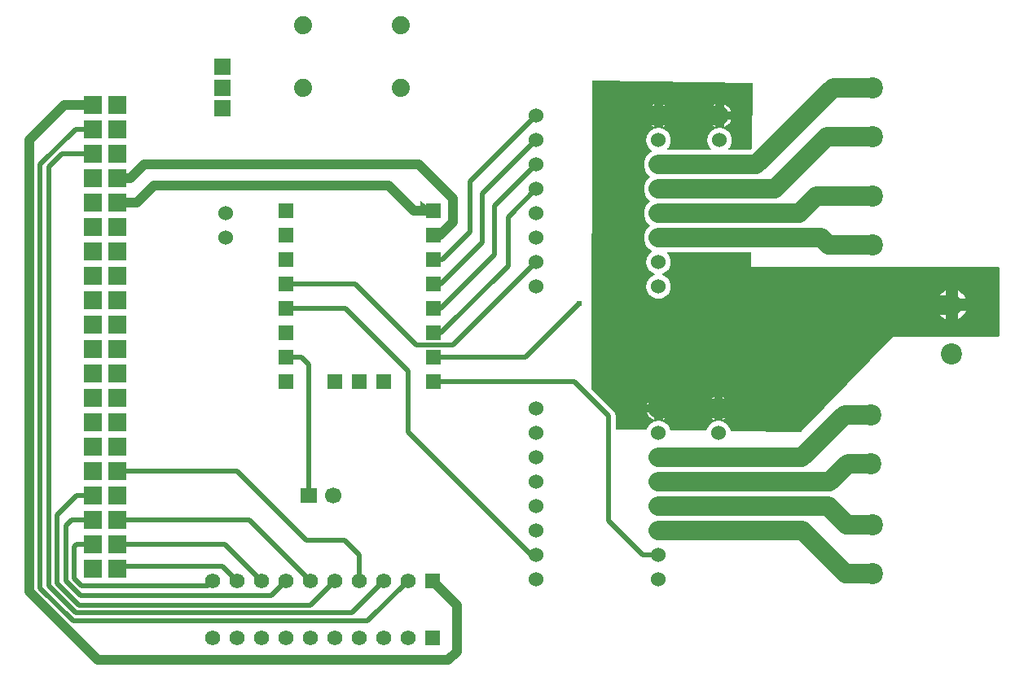
<source format=gtl>
G04 Layer: TopLayer*
G04 EasyEDA v6.5.39, 2024-01-03 13:03:29*
G04 bec576337b18403e98965192822aaada,83f36b9c27a349adb8e694642aa6770b,10*
G04 Gerber Generator version 0.2*
G04 Scale: 100 percent, Rotated: No, Reflected: No *
G04 Dimensions in millimeters *
G04 leading zeros omitted , absolute positions ,4 integer and 5 decimal *
%FSLAX45Y45*%
%MOMM*%

%ADD10C,0.5000*%
%ADD11C,1.0000*%
%ADD12C,2.0000*%
%ADD13C,1.8796*%
%ADD14C,2.2000*%
%ADD15C,1.5748*%
%ADD16R,1.5748X1.5748*%
%ADD17R,1.5000X1.5000*%
%ADD18R,1.7000X1.5748*%
%ADD19C,1.7000*%
%ADD20R,1.6764X1.6764*%
%ADD21C,1.5240*%
%ADD22R,1.8796X1.8796*%
%ADD23C,0.6200*%
%ADD24C,0.0183*%

%LPD*%
G36*
X9279280Y-5054549D02*
G01*
X8553094Y-5046116D01*
X8549690Y-5045456D01*
X8546693Y-5043728D01*
X8544458Y-5041036D01*
X8538565Y-5022392D01*
X8532266Y-5008422D01*
X8524341Y-4995316D01*
X8514943Y-4983276D01*
X8504123Y-4972456D01*
X8492083Y-4963058D01*
X8478977Y-4955133D01*
X8466582Y-4949545D01*
X8463432Y-4947361D01*
X8461349Y-4944110D01*
X8460994Y-4942433D01*
X8458758Y-4944059D01*
X8455101Y-4945024D01*
X8435390Y-4941570D01*
X8420100Y-4940604D01*
X8404809Y-4941570D01*
X8385098Y-4945024D01*
X8381441Y-4944059D01*
X8379206Y-4942433D01*
X8378850Y-4944110D01*
X8376767Y-4947361D01*
X8373618Y-4949545D01*
X8361222Y-4955133D01*
X8348116Y-4963058D01*
X8336076Y-4972456D01*
X8325256Y-4983276D01*
X8315858Y-4995316D01*
X8307933Y-5008422D01*
X8301634Y-5022392D01*
X8297468Y-5035905D01*
X8295335Y-5039614D01*
X8291830Y-5042154D01*
X8287613Y-5043017D01*
X7928711Y-5038852D01*
X7924596Y-5037937D01*
X7921244Y-5035397D01*
X7919161Y-5031689D01*
X7916265Y-5022392D01*
X7909966Y-5008422D01*
X7902041Y-4995316D01*
X7892643Y-4983276D01*
X7881823Y-4972456D01*
X7869783Y-4963058D01*
X7856677Y-4955133D01*
X7844281Y-4949545D01*
X7841132Y-4947361D01*
X7839049Y-4944110D01*
X7838694Y-4942433D01*
X7836458Y-4944059D01*
X7832801Y-4945024D01*
X7813090Y-4941570D01*
X7797800Y-4940604D01*
X7782509Y-4941570D01*
X7762798Y-4945024D01*
X7759141Y-4944059D01*
X7756906Y-4942433D01*
X7756550Y-4944110D01*
X7754467Y-4947361D01*
X7751318Y-4949545D01*
X7738922Y-4955133D01*
X7725816Y-4963058D01*
X7713776Y-4972456D01*
X7702956Y-4983276D01*
X7693558Y-4995316D01*
X7685633Y-5008422D01*
X7679334Y-5022392D01*
X7677403Y-5028692D01*
X7675270Y-5032400D01*
X7671816Y-5034940D01*
X7667599Y-5035804D01*
X7362647Y-5032248D01*
X7358786Y-5031435D01*
X7355535Y-5029250D01*
X7353350Y-5025948D01*
X7352588Y-5022088D01*
X7352538Y-4886858D01*
X7351725Y-4878070D01*
X7351318Y-4875631D01*
X7349185Y-4867046D01*
X7348423Y-4864760D01*
X7343952Y-4854397D01*
X7339380Y-4846828D01*
X7337958Y-4844846D01*
X7332319Y-4838039D01*
X7103770Y-4609388D01*
X7101535Y-4606086D01*
X7100773Y-4602175D01*
X7111949Y-1407261D01*
X7112762Y-1403350D01*
X7114997Y-1400048D01*
X7118350Y-1397863D01*
X7122261Y-1397152D01*
X8765641Y-1422247D01*
X8769502Y-1423060D01*
X8772753Y-1425295D01*
X8774887Y-1428597D01*
X8775649Y-1432458D01*
X8771229Y-2098903D01*
X8770416Y-2102764D01*
X8768232Y-2106015D01*
X8754414Y-2119833D01*
X8751163Y-2122017D01*
X8747252Y-2122830D01*
X8532622Y-2122830D01*
X8528761Y-2122017D01*
X8525459Y-2119833D01*
X8523274Y-2116531D01*
X8522462Y-2112670D01*
X8523274Y-2108758D01*
X8525459Y-2105456D01*
X8527643Y-2103323D01*
X8537041Y-2091283D01*
X8544966Y-2078177D01*
X8551265Y-2064207D01*
X8555786Y-2049627D01*
X8558530Y-2034590D01*
X8559495Y-2019300D01*
X8558530Y-2004009D01*
X8555786Y-1988972D01*
X8551265Y-1974392D01*
X8544966Y-1960422D01*
X8537041Y-1947316D01*
X8527643Y-1935276D01*
X8516823Y-1924456D01*
X8504783Y-1915058D01*
X8491677Y-1907133D01*
X8479282Y-1901545D01*
X8476132Y-1899361D01*
X8474049Y-1896110D01*
X8473694Y-1894433D01*
X8471458Y-1896059D01*
X8467801Y-1897024D01*
X8448090Y-1893570D01*
X8432800Y-1892604D01*
X8417509Y-1893570D01*
X8397798Y-1897024D01*
X8394141Y-1896059D01*
X8391906Y-1894433D01*
X8391550Y-1896110D01*
X8389467Y-1899361D01*
X8386318Y-1901545D01*
X8373922Y-1907133D01*
X8360816Y-1915058D01*
X8348776Y-1924456D01*
X8337956Y-1935276D01*
X8328558Y-1947316D01*
X8320633Y-1960422D01*
X8314334Y-1974392D01*
X8309813Y-1988972D01*
X8307070Y-2004009D01*
X8306104Y-2019300D01*
X8307070Y-2034590D01*
X8309813Y-2049627D01*
X8314334Y-2064207D01*
X8320633Y-2078177D01*
X8328558Y-2091283D01*
X8337956Y-2103323D01*
X8340140Y-2105456D01*
X8342325Y-2108758D01*
X8343138Y-2112670D01*
X8342325Y-2116531D01*
X8340140Y-2119833D01*
X8336838Y-2122017D01*
X8332978Y-2122830D01*
X7897622Y-2122830D01*
X7893761Y-2122017D01*
X7890459Y-2119833D01*
X7888274Y-2116531D01*
X7887462Y-2112670D01*
X7888274Y-2108758D01*
X7890459Y-2105456D01*
X7892643Y-2103323D01*
X7902041Y-2091283D01*
X7909966Y-2078177D01*
X7916265Y-2064207D01*
X7920786Y-2049627D01*
X7923530Y-2034590D01*
X7924495Y-2019300D01*
X7923530Y-2004009D01*
X7920786Y-1988972D01*
X7916265Y-1974392D01*
X7909966Y-1960422D01*
X7902041Y-1947316D01*
X7892643Y-1935276D01*
X7881823Y-1924456D01*
X7869783Y-1915058D01*
X7856677Y-1907133D01*
X7844281Y-1901545D01*
X7841132Y-1899361D01*
X7839049Y-1896110D01*
X7838694Y-1894433D01*
X7836458Y-1896059D01*
X7832801Y-1897024D01*
X7813090Y-1893570D01*
X7797800Y-1892604D01*
X7782509Y-1893570D01*
X7762798Y-1897024D01*
X7759141Y-1896059D01*
X7756906Y-1894433D01*
X7756550Y-1896110D01*
X7754467Y-1899361D01*
X7751318Y-1901545D01*
X7738922Y-1907133D01*
X7725816Y-1915058D01*
X7713776Y-1924456D01*
X7702956Y-1935276D01*
X7693558Y-1947316D01*
X7685633Y-1960422D01*
X7679334Y-1974392D01*
X7674813Y-1988972D01*
X7672070Y-2004009D01*
X7671104Y-2019300D01*
X7672070Y-2034590D01*
X7674813Y-2049627D01*
X7679334Y-2064207D01*
X7685633Y-2078177D01*
X7693558Y-2091283D01*
X7702956Y-2103323D01*
X7713776Y-2114143D01*
X7726222Y-2123795D01*
X7729321Y-2126691D01*
X7730947Y-2130552D01*
X7730896Y-2134768D01*
X7729067Y-2138629D01*
X7725918Y-2141372D01*
X7717739Y-2145893D01*
X7703972Y-2155647D01*
X7691374Y-2166874D01*
X7680147Y-2179472D01*
X7670393Y-2193239D01*
X7662214Y-2208022D01*
X7655763Y-2223617D01*
X7651089Y-2239822D01*
X7648244Y-2256434D01*
X7647330Y-2273300D01*
X7648244Y-2290165D01*
X7651089Y-2306777D01*
X7655763Y-2322982D01*
X7662214Y-2338578D01*
X7670393Y-2353360D01*
X7680147Y-2367127D01*
X7691374Y-2379726D01*
X7703972Y-2390952D01*
X7705496Y-2392019D01*
X7708138Y-2394813D01*
X7709560Y-2398369D01*
X7709560Y-2402230D01*
X7708138Y-2405786D01*
X7705496Y-2408580D01*
X7703972Y-2409647D01*
X7691374Y-2420874D01*
X7680147Y-2433472D01*
X7670393Y-2447239D01*
X7662214Y-2462022D01*
X7655763Y-2477617D01*
X7651089Y-2493822D01*
X7648244Y-2510434D01*
X7647330Y-2527300D01*
X7648244Y-2544165D01*
X7651089Y-2560777D01*
X7655763Y-2576982D01*
X7662214Y-2592578D01*
X7670393Y-2607360D01*
X7680147Y-2621127D01*
X7691374Y-2633726D01*
X7703972Y-2644952D01*
X7705496Y-2646019D01*
X7708138Y-2648813D01*
X7709560Y-2652369D01*
X7709560Y-2656230D01*
X7708138Y-2659786D01*
X7705496Y-2662580D01*
X7703972Y-2663647D01*
X7691374Y-2674874D01*
X7680147Y-2687472D01*
X7670393Y-2701239D01*
X7662214Y-2716022D01*
X7655763Y-2731617D01*
X7651089Y-2747822D01*
X7648244Y-2764434D01*
X7647330Y-2781300D01*
X7648244Y-2798165D01*
X7651089Y-2814777D01*
X7655763Y-2830982D01*
X7662214Y-2846578D01*
X7670393Y-2861360D01*
X7680147Y-2875127D01*
X7691374Y-2887726D01*
X7703972Y-2898952D01*
X7705496Y-2900019D01*
X7708138Y-2902813D01*
X7709560Y-2906369D01*
X7709560Y-2910230D01*
X7708138Y-2913786D01*
X7705496Y-2916580D01*
X7703972Y-2917647D01*
X7691374Y-2928874D01*
X7680147Y-2941472D01*
X7670393Y-2955239D01*
X7662214Y-2970022D01*
X7655763Y-2985617D01*
X7651089Y-3001822D01*
X7648244Y-3018434D01*
X7647330Y-3035300D01*
X7648244Y-3052165D01*
X7651089Y-3068777D01*
X7655763Y-3084982D01*
X7662214Y-3100578D01*
X7670393Y-3115360D01*
X7680147Y-3129127D01*
X7691374Y-3141726D01*
X7703972Y-3152952D01*
X7717739Y-3162706D01*
X7725918Y-3167227D01*
X7729067Y-3169970D01*
X7730896Y-3173831D01*
X7730947Y-3178048D01*
X7729321Y-3181908D01*
X7725816Y-3185058D01*
X7713776Y-3194456D01*
X7702956Y-3205276D01*
X7693558Y-3217316D01*
X7685633Y-3230422D01*
X7679334Y-3244392D01*
X7674813Y-3258972D01*
X7672070Y-3274009D01*
X7671104Y-3289300D01*
X7672070Y-3304590D01*
X7674813Y-3319627D01*
X7679334Y-3334207D01*
X7685633Y-3348177D01*
X7693558Y-3361283D01*
X7702956Y-3373323D01*
X7713776Y-3384143D01*
X7725816Y-3393541D01*
X7738922Y-3401466D01*
X7751318Y-3407054D01*
X7754467Y-3409238D01*
X7756550Y-3412490D01*
X7757312Y-3416300D01*
X7756550Y-3420110D01*
X7754467Y-3423361D01*
X7751318Y-3425545D01*
X7738922Y-3431133D01*
X7725816Y-3439058D01*
X7713776Y-3448456D01*
X7702956Y-3459276D01*
X7693558Y-3471316D01*
X7685633Y-3484422D01*
X7679334Y-3498392D01*
X7674813Y-3512972D01*
X7672070Y-3528009D01*
X7671104Y-3543300D01*
X7672070Y-3558590D01*
X7674813Y-3573627D01*
X7679334Y-3588207D01*
X7685633Y-3602177D01*
X7693558Y-3615283D01*
X7702956Y-3627323D01*
X7713776Y-3638143D01*
X7725816Y-3647541D01*
X7738922Y-3655466D01*
X7752892Y-3661765D01*
X7767472Y-3666286D01*
X7782509Y-3669029D01*
X7797800Y-3669995D01*
X7813090Y-3669029D01*
X7828127Y-3666286D01*
X7842707Y-3661765D01*
X7856677Y-3655466D01*
X7869783Y-3647541D01*
X7881823Y-3638143D01*
X7892643Y-3627323D01*
X7902041Y-3615283D01*
X7909966Y-3602177D01*
X7916265Y-3588207D01*
X7920786Y-3573627D01*
X7923530Y-3558590D01*
X7924495Y-3543300D01*
X7923530Y-3528009D01*
X7920786Y-3512972D01*
X7916265Y-3498392D01*
X7909966Y-3484422D01*
X7902041Y-3471316D01*
X7892643Y-3459276D01*
X7881823Y-3448456D01*
X7869783Y-3439058D01*
X7856677Y-3431133D01*
X7844281Y-3425545D01*
X7841132Y-3423361D01*
X7839049Y-3420110D01*
X7838287Y-3416300D01*
X7839049Y-3412490D01*
X7841132Y-3409238D01*
X7844281Y-3407054D01*
X7856677Y-3401466D01*
X7869783Y-3393541D01*
X7881823Y-3384143D01*
X7892643Y-3373323D01*
X7902041Y-3361283D01*
X7909966Y-3348177D01*
X7916265Y-3334207D01*
X7920786Y-3319627D01*
X7923530Y-3304590D01*
X7924495Y-3289300D01*
X7923530Y-3274009D01*
X7920786Y-3258972D01*
X7916265Y-3244392D01*
X7909966Y-3230422D01*
X7902041Y-3217316D01*
X7892643Y-3205276D01*
X7890459Y-3203143D01*
X7888274Y-3199841D01*
X7887462Y-3195980D01*
X7888274Y-3192068D01*
X7890459Y-3188766D01*
X7893761Y-3186582D01*
X7897622Y-3185820D01*
X8753805Y-3185820D01*
X8757716Y-3186582D01*
X8761018Y-3188817D01*
X8763203Y-3192119D01*
X8763965Y-3196031D01*
X8763000Y-3339084D01*
X8764016Y-3340100D01*
X11330940Y-3340100D01*
X11334851Y-3340862D01*
X11338102Y-3343097D01*
X11340338Y-3346348D01*
X11341100Y-3350260D01*
X11341100Y-4053840D01*
X11340338Y-4057751D01*
X11338102Y-4061002D01*
X11334851Y-4063237D01*
X11330940Y-4064000D01*
X10237266Y-4064000D01*
X10235488Y-4064711D01*
X9286748Y-5051450D01*
X9283344Y-5053736D01*
G37*

%LPC*%
G36*
X7842250Y-4932476D02*
G01*
X7844281Y-4931054D01*
X7856677Y-4925466D01*
X7869783Y-4917541D01*
X7881823Y-4908143D01*
X7892643Y-4897323D01*
X7902041Y-4885283D01*
X7909966Y-4872177D01*
X7916367Y-4857750D01*
X7842250Y-4857750D01*
G37*
G36*
X8375650Y-4932476D02*
G01*
X8375650Y-4857750D01*
X8301532Y-4857750D01*
X8307933Y-4872177D01*
X8315858Y-4885283D01*
X8325256Y-4897323D01*
X8336076Y-4908143D01*
X8348116Y-4917541D01*
X8361222Y-4925466D01*
X8373618Y-4931054D01*
G37*
G36*
X8464550Y-4932476D02*
G01*
X8466582Y-4931054D01*
X8478977Y-4925466D01*
X8492083Y-4917541D01*
X8504123Y-4908143D01*
X8514943Y-4897323D01*
X8524341Y-4885283D01*
X8532266Y-4872177D01*
X8538667Y-4857750D01*
X8464550Y-4857750D01*
G37*
G36*
X7753350Y-4932476D02*
G01*
X7753350Y-4857750D01*
X7679232Y-4857750D01*
X7685633Y-4872177D01*
X7693558Y-4885283D01*
X7702956Y-4897323D01*
X7713776Y-4908143D01*
X7725816Y-4917541D01*
X7738922Y-4925466D01*
X7751318Y-4931054D01*
G37*
G36*
X7842250Y-4768850D02*
G01*
X7916367Y-4768850D01*
X7909966Y-4754422D01*
X7902041Y-4741316D01*
X7892643Y-4729276D01*
X7881823Y-4718456D01*
X7869783Y-4709058D01*
X7856677Y-4701133D01*
X7842250Y-4694732D01*
G37*
G36*
X8301532Y-4768850D02*
G01*
X8375650Y-4768850D01*
X8375650Y-4694732D01*
X8361222Y-4701133D01*
X8348116Y-4709058D01*
X8336076Y-4718456D01*
X8325256Y-4729276D01*
X8315858Y-4741316D01*
X8307933Y-4754422D01*
G37*
G36*
X7679232Y-4768850D02*
G01*
X7753350Y-4768850D01*
X7753350Y-4694732D01*
X7738922Y-4701133D01*
X7725816Y-4709058D01*
X7713776Y-4718456D01*
X7702956Y-4729276D01*
X7693558Y-4741316D01*
X7685633Y-4754422D01*
G37*
G36*
X8464550Y-4768850D02*
G01*
X8538667Y-4768850D01*
X8532266Y-4754422D01*
X8524341Y-4741316D01*
X8514943Y-4729276D01*
X8504123Y-4718456D01*
X8492083Y-4709058D01*
X8478977Y-4701133D01*
X8464550Y-4694732D01*
G37*
G36*
X10907166Y-3881831D02*
G01*
X10913160Y-3879443D01*
X10928553Y-3871315D01*
X10942929Y-3861562D01*
X10956137Y-3850284D01*
X10968126Y-3837686D01*
X10978642Y-3823868D01*
X10987582Y-3808984D01*
X10993983Y-3795166D01*
X10907166Y-3795166D01*
G37*
G36*
X10784433Y-3881831D02*
G01*
X10784433Y-3795166D01*
X10697616Y-3795166D01*
X10704017Y-3808984D01*
X10712958Y-3823868D01*
X10723473Y-3837686D01*
X10735462Y-3850284D01*
X10748670Y-3861562D01*
X10763046Y-3871315D01*
X10778439Y-3879443D01*
G37*
G36*
X10697616Y-3672433D02*
G01*
X10784433Y-3672433D01*
X10784433Y-3585768D01*
X10778439Y-3588156D01*
X10763046Y-3596284D01*
X10748670Y-3606037D01*
X10735462Y-3617315D01*
X10723473Y-3629914D01*
X10712958Y-3643731D01*
X10704017Y-3658615D01*
G37*
G36*
X10907166Y-3672433D02*
G01*
X10993983Y-3672433D01*
X10987582Y-3658615D01*
X10978642Y-3643731D01*
X10968126Y-3629914D01*
X10956137Y-3617315D01*
X10942929Y-3606037D01*
X10928553Y-3596284D01*
X10913160Y-3588156D01*
X10907166Y-3585768D01*
G37*
G36*
X7842250Y-1884476D02*
G01*
X7844281Y-1883054D01*
X7856677Y-1877466D01*
X7869783Y-1869541D01*
X7881823Y-1860143D01*
X7892643Y-1849323D01*
X7902041Y-1837283D01*
X7909966Y-1824177D01*
X7916367Y-1809750D01*
X7842250Y-1809750D01*
G37*
G36*
X8388350Y-1884476D02*
G01*
X8388350Y-1809750D01*
X8314232Y-1809750D01*
X8320633Y-1824177D01*
X8328558Y-1837283D01*
X8337956Y-1849323D01*
X8348776Y-1860143D01*
X8360816Y-1869541D01*
X8373922Y-1877466D01*
X8386318Y-1883054D01*
G37*
G36*
X7753350Y-1884476D02*
G01*
X7753350Y-1809750D01*
X7679232Y-1809750D01*
X7685633Y-1824177D01*
X7693558Y-1837283D01*
X7702956Y-1849323D01*
X7713776Y-1860143D01*
X7725816Y-1869541D01*
X7738922Y-1877466D01*
X7751318Y-1883054D01*
G37*
G36*
X8477250Y-1884476D02*
G01*
X8479282Y-1883054D01*
X8491677Y-1877466D01*
X8504783Y-1869541D01*
X8516823Y-1860143D01*
X8527643Y-1849323D01*
X8537041Y-1837283D01*
X8544966Y-1824177D01*
X8551367Y-1809750D01*
X8477250Y-1809750D01*
G37*
G36*
X8477250Y-1720850D02*
G01*
X8551367Y-1720850D01*
X8544966Y-1706422D01*
X8537041Y-1693316D01*
X8527643Y-1681276D01*
X8516823Y-1670456D01*
X8504783Y-1661058D01*
X8491677Y-1653133D01*
X8477250Y-1646732D01*
G37*
G36*
X7842250Y-1720850D02*
G01*
X7916367Y-1720850D01*
X7909966Y-1706422D01*
X7902041Y-1693316D01*
X7892643Y-1681276D01*
X7881823Y-1670456D01*
X7869783Y-1661058D01*
X7856677Y-1653133D01*
X7842250Y-1646732D01*
G37*
G36*
X7679232Y-1720850D02*
G01*
X7753350Y-1720850D01*
X7753350Y-1646732D01*
X7738922Y-1653133D01*
X7725816Y-1661058D01*
X7713776Y-1670456D01*
X7702956Y-1681276D01*
X7693558Y-1693316D01*
X7685633Y-1706422D01*
G37*
G36*
X8314232Y-1720850D02*
G01*
X8388350Y-1720850D01*
X8388350Y-1646732D01*
X8373922Y-1653133D01*
X8360816Y-1661058D01*
X8348776Y-1670456D01*
X8337956Y-1681276D01*
X8328558Y-1693316D01*
X8320633Y-1706422D01*
G37*

%LPD*%
G36*
X2265680Y-2363012D02*
G01*
X2265680Y-2462987D01*
X2325674Y-2433015D01*
X2325674Y-2392984D01*
G37*
G36*
X2265680Y-2617012D02*
G01*
X2265680Y-2716987D01*
X2286000Y-2687015D01*
X2286000Y-2646984D01*
G37*
G36*
X5595975Y-2910332D02*
G01*
X5535980Y-2947365D01*
X5535980Y-3047339D01*
X5595975Y-2966415D01*
G37*
G36*
X5326024Y-2656128D02*
G01*
X5326024Y-2712669D01*
X5386019Y-2794406D01*
X5386019Y-2694381D01*
G37*
D10*
X2171700Y-5969000D02*
G01*
X3543300Y-5969000D01*
X4178300Y-6604000D01*
X2171700Y-6477000D02*
G01*
X2171700Y-6451600D01*
X3263900Y-6451600D01*
X3416300Y-6604000D01*
D11*
X1905000Y-1651000D02*
G01*
X1625600Y-1651000D01*
X1257300Y-2019300D01*
X1257300Y-6718300D01*
X1968500Y-7429500D01*
X5613400Y-7429500D01*
X5702300Y-7340600D01*
X5702300Y-6858000D01*
X5448300Y-6604000D01*
X2171700Y-2413000D02*
G01*
X2311400Y-2413000D01*
X2451100Y-2273300D01*
X5308600Y-2273300D01*
X5664200Y-2628900D01*
X5664200Y-2868929D01*
X5522722Y-3010407D01*
X5461000Y-3009900D01*
X5461000Y-2755900D02*
G01*
X5257800Y-2755900D01*
X4991100Y-2489200D01*
X2552700Y-2489200D01*
X2374900Y-2667000D01*
X2171700Y-2667000D01*
D10*
X3924300Y-4279900D02*
G01*
X4089400Y-4279900D01*
X4165600Y-4356100D01*
X4165600Y-5715000D01*
X2171700Y-5461000D02*
G01*
X3416300Y-5461000D01*
X4140200Y-6184900D01*
X4533900Y-6184900D01*
X4686300Y-6337300D01*
X4686300Y-6604000D01*
X2171700Y-6223000D02*
G01*
X3289300Y-6223000D01*
X3670300Y-6604000D01*
X1917700Y-6223000D02*
G01*
X1752600Y-6223000D01*
X1727200Y-6248400D01*
X1727200Y-6578600D01*
X1803400Y-6654800D01*
X3111500Y-6654800D01*
X3162300Y-6604000D01*
X1917700Y-5969000D02*
G01*
X1701800Y-5969000D01*
X1638300Y-6032500D01*
X1638300Y-6604000D01*
X1790700Y-6756400D01*
X3771900Y-6756400D01*
X3924300Y-6604000D01*
X1917700Y-5715000D02*
G01*
X1752600Y-5715000D01*
X1549400Y-5918200D01*
X1549400Y-6629400D01*
X1778000Y-6858000D01*
X4178300Y-6858000D01*
X4432300Y-6604000D01*
X1917700Y-2159000D02*
G01*
X1600200Y-2159000D01*
X1460500Y-2298700D01*
X1460500Y-6654800D01*
X1739900Y-6934200D01*
X4610100Y-6934200D01*
X4940300Y-6604000D01*
X1917700Y-1905000D02*
G01*
X1739900Y-1905000D01*
X1371600Y-2273300D01*
X1371600Y-6680200D01*
X1714500Y-7023100D01*
X4775200Y-7023100D01*
X5194300Y-6604000D01*
X6527800Y-3289300D02*
G01*
X5664200Y-4152900D01*
X5283200Y-4152900D01*
X4648200Y-3517900D01*
X3924300Y-3517900D01*
D12*
X7797800Y-2273300D02*
G01*
X8813800Y-2273300D01*
X9613900Y-1473200D01*
X10020300Y-1473200D01*
X7797800Y-2527300D02*
G01*
X9004300Y-2527300D01*
X9550400Y-1981200D01*
X10020300Y-1981200D01*
X7797800Y-5321300D02*
G01*
X9285399Y-5321300D01*
X9729899Y-4876800D01*
X10007600Y-4876800D01*
X7785100Y-4813300D02*
G01*
X8420100Y-4813300D01*
X8432800Y-1765300D02*
G01*
X7797800Y-1765300D01*
X7797800Y-1765300D02*
G01*
X7543800Y-1765300D01*
X7289800Y-2019300D01*
X7289800Y-3670300D01*
X7797800Y-4178300D01*
X7797800Y-4813300D01*
D10*
X5461000Y-4279900D02*
G01*
X6413500Y-4279900D01*
X6972300Y-3721100D01*
D12*
X7797800Y-5575300D02*
G01*
X9575800Y-5575300D01*
X9766300Y-5384800D01*
X10007600Y-5384800D01*
X7797800Y-5829300D02*
G01*
X9563100Y-5829300D01*
X9753600Y-6019800D01*
X10020300Y-6019800D01*
X7797800Y-6083300D02*
G01*
X9296400Y-6083300D01*
X9740900Y-6527800D01*
X10020300Y-6527800D01*
X7797800Y-2781300D02*
G01*
X9258300Y-2781300D01*
X9436100Y-2603500D01*
X10020300Y-2603500D01*
X7797800Y-3035300D02*
G01*
X9486900Y-3035300D01*
X9563100Y-3111500D01*
X10020300Y-3111500D01*
D10*
X7797800Y-6337300D02*
G01*
X7632700Y-6337300D01*
X7277100Y-5981700D01*
X7277100Y-4889500D01*
X6921500Y-4533900D01*
X5461000Y-4533900D01*
D12*
X8420100Y-4813300D02*
G01*
X8699500Y-4813300D01*
X9779000Y-3733800D01*
X10845800Y-3733800D01*
D10*
X3924300Y-3771900D02*
G01*
X4546600Y-3771900D01*
X5194300Y-4419600D01*
X5194300Y-5054600D01*
X6477000Y-6337300D01*
X6527800Y-6337300D01*
X5461000Y-3263900D02*
G01*
X5549900Y-3263900D01*
X5842000Y-2971800D01*
X5842000Y-2451100D01*
X6527800Y-1765300D01*
X5461000Y-3517900D02*
G01*
X5537200Y-3517900D01*
X5969000Y-3086100D01*
X5969000Y-2578100D01*
X6527800Y-2019300D01*
X5461000Y-4025900D02*
G01*
X5537200Y-4025900D01*
X6235700Y-3327400D01*
X6235700Y-2819400D01*
X6527800Y-2527300D01*
X5461000Y-3771900D02*
G01*
X5537200Y-3771900D01*
X6096000Y-3213100D01*
X6096000Y-2705100D01*
X6527800Y-2273300D01*
D13*
G01*
X4102100Y-825500D03*
G01*
X5118100Y-825500D03*
D14*
G01*
X10020300Y-1981200D03*
G01*
X10020300Y-1473200D03*
G01*
X10020300Y-3111500D03*
G01*
X10020300Y-2603500D03*
G01*
X10007600Y-5384800D03*
G01*
X10007600Y-4876800D03*
G01*
X10020300Y-6527800D03*
G01*
X10020300Y-6019800D03*
D15*
G01*
X3162300Y-6604000D03*
G01*
X3416300Y-6604000D03*
G01*
X3670300Y-6604000D03*
G01*
X3924300Y-6604000D03*
G01*
X4178300Y-6604000D03*
G01*
X4432300Y-6604000D03*
G01*
X4686300Y-6604000D03*
G01*
X4940300Y-6604000D03*
G01*
X5194300Y-6604000D03*
D16*
G01*
X5448300Y-6604000D03*
D15*
G01*
X3162300Y-7200900D03*
G01*
X3416300Y-7200900D03*
G01*
X3670300Y-7200900D03*
G01*
X3924300Y-7200900D03*
G01*
X4178300Y-7200900D03*
G01*
X4432300Y-7200900D03*
G01*
X4686300Y-7200900D03*
G01*
X4940300Y-7200900D03*
G01*
X5194300Y-7200900D03*
D16*
G01*
X5448300Y-7200900D03*
D17*
G01*
X3924300Y-2755900D03*
G01*
X3924300Y-3009900D03*
G01*
X3924300Y-3263900D03*
G01*
X3924300Y-3517900D03*
G01*
X3924300Y-3771900D03*
G01*
X3924300Y-4025900D03*
G01*
X3924300Y-4279900D03*
G01*
X3924300Y-4533900D03*
G01*
X5461000Y-4533900D03*
G01*
X5461000Y-4279900D03*
G01*
X5461000Y-4025900D03*
G01*
X5461000Y-3771900D03*
G01*
X5461000Y-3517900D03*
G01*
X5461000Y-3263900D03*
G01*
X5461000Y-3009900D03*
G01*
X5461000Y-2755900D03*
G01*
X4432300Y-4533900D03*
G01*
X4686300Y-4533900D03*
G01*
X4940300Y-4533900D03*
D18*
G01*
X4165600Y-5715000D03*
D19*
G01*
X4419600Y-5715000D03*
D20*
G01*
X3263900Y-1257300D03*
G01*
X3263900Y-1473200D03*
G01*
X3263900Y-1689100D03*
D14*
G01*
X10845800Y-4241800D03*
G01*
X10845800Y-3733800D03*
D21*
G01*
X3302000Y-2781300D03*
G01*
X3302000Y-3035300D03*
G01*
X8432800Y-1765300D03*
G01*
X8432800Y-2019300D03*
G01*
X8420100Y-4813300D03*
G01*
X8420100Y-5067300D03*
D22*
G01*
X1917700Y-1651000D03*
G01*
X2171700Y-1651000D03*
G01*
X1917700Y-1905000D03*
G01*
X2171700Y-1905000D03*
G01*
X1917700Y-2159000D03*
G01*
X2171700Y-2159000D03*
G01*
X1917700Y-2413000D03*
G01*
X2171700Y-2413000D03*
G01*
X1917700Y-2667000D03*
G01*
X2171700Y-2667000D03*
G01*
X1917700Y-2921000D03*
G01*
X2171700Y-2921000D03*
G01*
X1917700Y-3175000D03*
G01*
X2171700Y-3175000D03*
G01*
X1917700Y-3429000D03*
G01*
X2171700Y-3429000D03*
G01*
X1917700Y-3683000D03*
G01*
X2171700Y-3683000D03*
G01*
X1917700Y-3937000D03*
G01*
X2171700Y-3937000D03*
G01*
X1917700Y-4191000D03*
G01*
X2171700Y-4191000D03*
G01*
X1917700Y-4445000D03*
G01*
X2171700Y-4445000D03*
G01*
X1917700Y-4699000D03*
G01*
X2171700Y-4699000D03*
G01*
X1917700Y-4953000D03*
G01*
X2171700Y-4953000D03*
G01*
X1917700Y-5207000D03*
G01*
X2171700Y-5207000D03*
G01*
X1917700Y-5461000D03*
G01*
X2171700Y-5461000D03*
G01*
X1917700Y-5715000D03*
G01*
X2171700Y-5715000D03*
G01*
X1917700Y-5969000D03*
G01*
X2171700Y-5969000D03*
G01*
X1917700Y-6223000D03*
G01*
X2171700Y-6223000D03*
G01*
X1917700Y-6477000D03*
G01*
X2171700Y-6477000D03*
D13*
G01*
X4102100Y-1473200D03*
G01*
X5118100Y-1473200D03*
D21*
G01*
X7797800Y-2273300D03*
G01*
X7797800Y-2019300D03*
G01*
X7797800Y-1765300D03*
G01*
X7797800Y-2527300D03*
G01*
X7797800Y-2781300D03*
G01*
X7797800Y-3035300D03*
G01*
X7797800Y-3289300D03*
G01*
X7797800Y-3543300D03*
G01*
X6527800Y-3543300D03*
G01*
X6527800Y-3289300D03*
G01*
X6527800Y-3035300D03*
G01*
X6527800Y-2781300D03*
G01*
X6527800Y-2527300D03*
G01*
X6527800Y-2273300D03*
G01*
X6527800Y-2019300D03*
G01*
X6527800Y-1765300D03*
G01*
X7797800Y-5321300D03*
G01*
X7797800Y-5067300D03*
G01*
X7797800Y-4813300D03*
G01*
X7797800Y-5575300D03*
G01*
X7797800Y-5829300D03*
G01*
X7797800Y-6083300D03*
G01*
X7797800Y-6337300D03*
G01*
X7797800Y-6591300D03*
G01*
X6527800Y-6591300D03*
G01*
X6527800Y-6337300D03*
G01*
X6527800Y-6083300D03*
G01*
X6527800Y-5829300D03*
G01*
X6527800Y-5575300D03*
G01*
X6527800Y-5321300D03*
G01*
X6527800Y-5067300D03*
G01*
X6527800Y-4813300D03*
D23*
G01*
X6972300Y-3721100D03*
M02*

</source>
